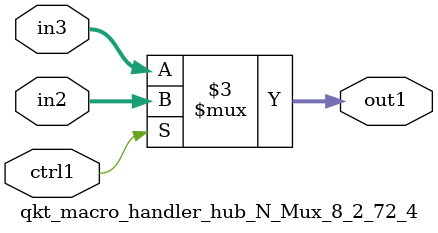
<source format=v>

`timescale 1ps / 1ps


module qkt_macro_handler_hub_N_Mux_8_2_72_4( in3, in2, ctrl1, out1 );

    input [7:0] in3;
    input [7:0] in2;
    input ctrl1;
    output [7:0] out1;
    reg [7:0] out1;

    
    // rtl_process:qkt_macro_handler_hub_N_Mux_8_2_72_4/qkt_macro_handler_hub_N_Mux_8_2_72_4_thread_1
    always @*
      begin : qkt_macro_handler_hub_N_Mux_8_2_72_4_thread_1
        case (ctrl1) 
          1'b1: 
            begin
              out1 = in2;
            end
          default: 
            begin
              out1 = in3;
            end
        endcase
      end

endmodule





</source>
